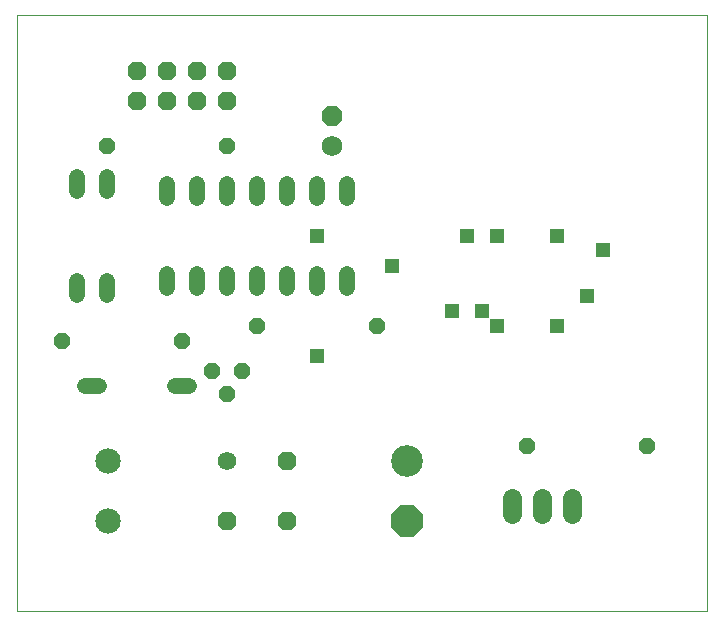
<source format=gbs>
G75*
G70*
%OFA0B0*%
%FSLAX24Y24*%
%IPPOS*%
%LPD*%
%AMOC8*
5,1,8,0,0,1.08239X$1,22.5*
%
%ADD10C,0.0000*%
%ADD11C,0.0846*%
%ADD12C,0.0617*%
%ADD13OC8,0.0617*%
%ADD14C,0.1059*%
%ADD15OC8,0.1059*%
%ADD16OC8,0.0689*%
%ADD17C,0.0689*%
%ADD18C,0.0537*%
%ADD19OC8,0.0537*%
%ADD20C,0.0617*%
%ADD21R,0.0484X0.0484*%
D10*
X000101Y000101D02*
X000101Y019971D01*
X023093Y019971D01*
X023093Y000101D01*
X000101Y000101D01*
D11*
X003111Y003109D03*
X003111Y005109D03*
D12*
X007101Y005101D03*
D13*
X009101Y005101D03*
X009101Y003101D03*
X007101Y003101D03*
X007101Y017101D03*
X006101Y017101D03*
X006101Y018101D03*
X007101Y018101D03*
X005101Y018101D03*
X004101Y018101D03*
X004101Y017101D03*
X005101Y017101D03*
D14*
X013101Y005101D03*
D15*
X013101Y003101D03*
D16*
X010601Y016601D03*
D17*
X010601Y015601D03*
D18*
X011101Y014340D02*
X011101Y013862D01*
X010101Y013862D02*
X010101Y014340D01*
X009101Y014340D02*
X009101Y013862D01*
X008101Y013862D02*
X008101Y014340D01*
X007101Y014340D02*
X007101Y013862D01*
X006101Y013862D02*
X006101Y014340D01*
X005101Y014340D02*
X005101Y013862D01*
X003101Y014101D02*
X003101Y014578D01*
X002101Y014578D02*
X002101Y014101D01*
X005101Y011340D02*
X005101Y010862D01*
X006101Y010862D02*
X006101Y011340D01*
X007101Y011340D02*
X007101Y010862D01*
X008101Y010862D02*
X008101Y011340D01*
X009101Y011340D02*
X009101Y010862D01*
X010101Y010862D02*
X010101Y011340D01*
X011101Y011340D02*
X011101Y010862D01*
X005840Y007601D02*
X005362Y007601D01*
X002840Y007601D02*
X002362Y007601D01*
X002101Y010623D02*
X002101Y011101D01*
X003101Y011101D02*
X003101Y010623D01*
D19*
X001601Y009101D03*
X005601Y009101D03*
X006601Y008101D03*
X007101Y007351D03*
X007601Y008101D03*
X008101Y009601D03*
X012101Y009601D03*
X017101Y005601D03*
X021101Y005601D03*
X007101Y015601D03*
X003101Y015601D03*
D20*
X016601Y003880D02*
X016601Y003322D01*
X017601Y003322D02*
X017601Y003880D01*
X018601Y003880D02*
X018601Y003322D01*
D21*
X018101Y009601D03*
X019101Y010601D03*
X019632Y012132D03*
X018101Y012601D03*
X016101Y012601D03*
X015101Y012601D03*
X012601Y011601D03*
X014601Y010101D03*
X015601Y010101D03*
X016101Y009601D03*
X010101Y008601D03*
X010101Y012601D03*
M02*

</source>
